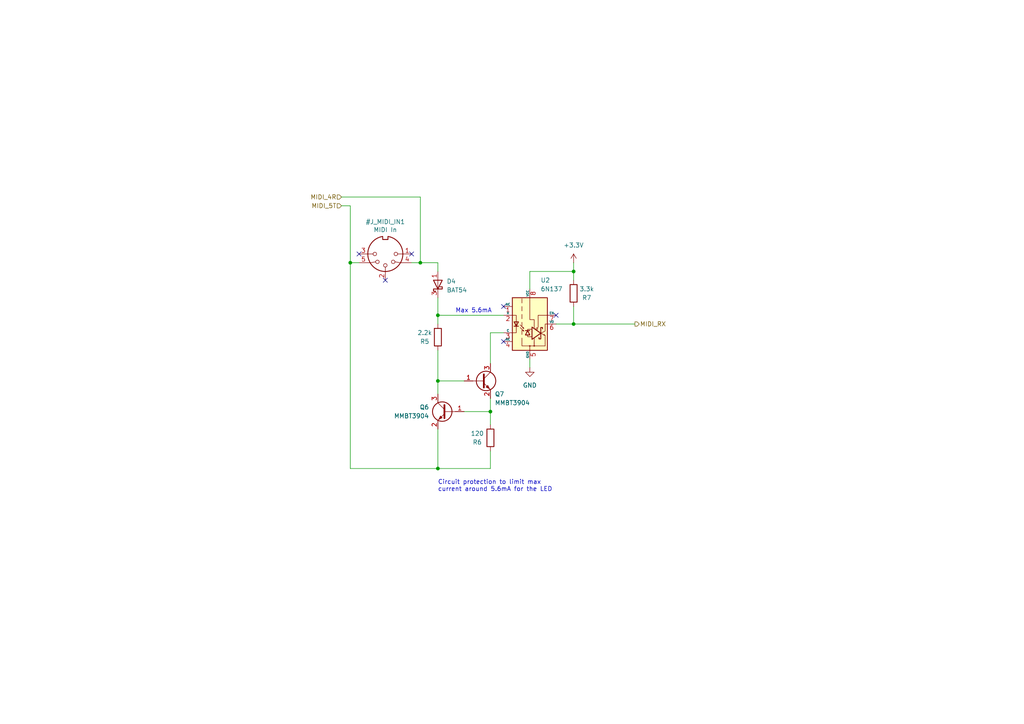
<source format=kicad_sch>
(kicad_sch (version 20250114) (generator "eeschema") (generator_version "9.0")
  (paper "A4")
  (title_block (title "Brain Core") (date "2026-02-21") (rev "v1.1") (company "Shmøergh"))
  (lib_symbols
    (symbol "Connector:DIN-5_180degree" (pin_names (offset 1.016))
      (property "Reference" "J" (at 3.175 5.715 0))
      (property "Value" "DIN-5_180degree" (at 0 -6.35 0))
      (symbol "DIN-5_180degree_0_1"
        (polyline (pts (xy -5.08 2.54) (xy -4.318 2.54) (xy -2.794 2.286)))
        (polyline (pts (xy -5.08 0) (xy -3.556 0)))
        (circle (center -3.048 0) (radius 0.508))
        (circle (center -2.286 2.286) (radius 0.508))
        (polyline (pts (xy -0.762 -4.953) (xy -0.762 -4.191) (xy 0.762 -4.191) (xy 0.762 -4.953)) (stroke (width 0.254)))
        (arc (start 5.08 0) (mid 3.8673 -3.3444) (end 0.762 -5.08) (stroke (width 0.254)))
        (polyline (pts (xy 0 5.08) (xy 0 3.81)))
        (circle (center 0 3.302) (radius 0.508))
        (arc (start -5.08 0) (mid 0 5.0579) (end 5.08 0) (stroke (width 0.254)))
        (arc (start -0.762 -5.08) (mid -3.8597 -3.3379) (end -5.08 0) (stroke (width 0.254)))
        (circle (center 2.286 2.286) (radius 0.508))
        (circle (center 3.048 0) (radius 0.508))
        (polyline (pts (xy 5.08 2.54) (xy 4.318 2.54) (xy 2.794 2.286)))
        (polyline (pts (xy 5.08 0) (xy 3.556 0)))
      )
      (symbol "DIN-5_180degree_1_1"
        (pin passive line (at -7.62 2.54 0) (length 2.54) (name "~") (number "4"))
        (pin passive line (at -7.62 0 0) (length 2.54) (name "~") (number "1"))
        (pin passive line (at 0 7.62 270) (length 2.54) (name "~") (number "2"))
        (pin passive line (at 7.62 2.54 180) (length 2.54) (name "~") (number "5"))
        (pin passive line (at 7.62 0 180) (length 2.54) (name "~") (number "3"))
      )
    )
    (symbol "Device:R" (pin_numbers (hide yes)) (pin_names (offset 0))
      (property "Reference" "R" (at 2.032 0 90))
      (property "Value" "R" (at 0 0 90))
      (symbol "R_0_1"
        (rectangle (start -1.016 -2.54) (end 1.016 2.54) (stroke (width 0.254)))
      )
      (symbol "R_1_1"
        (pin passive line (at 0 3.81 270) (length 1.27) (name "~") (number "1"))
        (pin passive line (at 0 -3.81 90) (length 1.27) (name "~") (number "2"))
      )
    )
    (symbol "Diode:BAT54W" (pin_names (offset 1.016) (hide yes))
      (property "Reference" "D" (at 0 2.54 0))
      (property "Value" "BAT54W" (at 0 -2.54 0))
      (symbol "BAT54W_0_1"
        (polyline (pts (xy -1.905 0.635) (xy -1.905 1.27) (xy -1.27 1.27) (xy -1.27 -1.27) (xy -0.635 -1.27) (xy -0.635 -0.635)) (stroke (width 0.254)))
        (polyline (pts (xy 1.27 1.27) (xy 1.27 -1.27) (xy -1.27 0) (xy 1.27 1.27)) (stroke (width 0.254)))
        (polyline (pts (xy 1.27 0) (xy -1.27 0)))
      )
      (symbol "BAT54W_1_1"
        (pin passive line (at -3.81 0 0) (length 2.54) (name "K") (number "3"))
        (pin no_connect line (at 0 0 90) (length 2.54) (hide yes) (name "NC") (number "2"))
        (pin passive line (at 3.81 0 180) (length 2.54) (name "A") (number "1"))
      )
    )
    (symbol "Isolator:6N137" (pin_names (offset 0))
      (property "Reference" "U" (at -4.064 8.89 0))
      (property "Value" "6N137" (at 0 -8.89 0))
      (symbol "6N137_0_1"
        (polyline (pts (xy -5.08 -2.54) (xy -3.937 -2.54) (xy -3.937 2.54) (xy -5.08 2.54)))
        (polyline (pts (xy -2.794 -0.254) (xy -1.717 -1.331) (xy -2.076 -1.152) (xy -1.896 -0.972) (xy -1.717 -1.331)))
        (polyline (pts (xy -2.794 -1.016) (xy -1.717 -2.093) (xy -2.076 -1.914) (xy -1.896 -1.734) (xy -1.717 -2.093)))
        (polyline (pts (xy 0 -6.35) (xy -2.286 -6.35) (xy -2.286 -4.064)))
        (polyline (pts (xy 1.27 -5.08) (xy 1.27 -6.35) (xy 0 -6.35) (xy 0 -7.62)))
        (polyline (pts (xy 3.175 -2.667) (xy 0.635 -4.445) (xy 0.635 -0.889) (xy 3.175 -2.667)) (stroke (width 0.254)))
      )
      (symbol "6N137_1_1"
        (rectangle (start -5.08 7.62) (end 5.08 -7.62) (stroke (width 0.254)) (fill (type background)))
        (polyline (pts (xy -4.572 -0.635) (xy -3.302 -0.635)) (stroke (width 0.254)))
        (polyline (pts (xy -3.937 -0.635) (xy -4.572 0.635) (xy -3.302 0.635) (xy -3.937 -0.635)) (stroke (width 0.254)))
        (polyline (pts (xy -2.286 7.366) (xy -2.286 6.096)))
        (polyline (pts (xy -2.286 5.08) (xy -2.286 3.81)))
        (polyline (pts (xy -2.286 2.794) (xy -2.286 1.524)))
        (polyline (pts (xy -2.286 0.508) (xy -2.286 -0.762)))
        (polyline (pts (xy -2.286 -1.778) (xy -2.286 -3.048)))
        (polyline (pts (xy -1.27 -1.905) (xy 0 -1.905)) (stroke (width 0.254)))
        (polyline (pts (xy -0.635 -1.905) (xy -0.635 -1.524) (xy 0.508 -1.524)))
        (polyline (pts (xy -0.635 -1.905) (xy -1.27 -3.175) (xy 0 -3.175) (xy -0.635 -1.905)) (stroke (width 0.254)))
        (polyline (pts (xy -0.635 -3.302) (xy -0.635 -3.683) (xy 0.635 -3.683)))
        (circle (center 0 -6.35) (radius 0.127) (fill (type outline)))
        (polyline (pts (xy 1.27 -1.27) (xy 1.27 1.27) (xy 0 1.27) (xy 0 7.62)))
        (polyline (pts (xy 1.27 -4.064) (xy 1.27 -6.35) (xy 4.445 -6.35)))
        (circle (center 1.27 -6.35) (radius 0.127) (fill (type outline)))
        (circle (center 2.032 -1.397) (radius 0.254))
        (polyline (pts (xy 2.1844 -1.1684) (xy 2.413 -0.889) (xy 2.413 2.54) (xy 5.08 2.54)))
        (polyline (pts (xy 3.175 -2.667) (xy 4.445 -3.302) (xy 4.445 -6.35)))
        (polyline (pts (xy 3.175 -2.667) (xy 3.175 -1.016) (xy 3.683 -1.016) (xy 3.683 -1.397)) (stroke (width 0.254)))
        (polyline (pts (xy 3.175 -2.667) (xy 3.175 -4.318) (xy 2.667 -4.318) (xy 2.667 -3.937)) (stroke (width 0.254)))
        (polyline (pts (xy 3.175 -2.667) (xy 4.445 -2.032) (xy 4.445 0) (xy 5.08 0)))
        (polyline (pts (xy 4.445 -3.302) (xy 4.161 -3.018) (xy 4.047 -3.246) (xy 4.445 -3.302)) (stroke (width 0.127)) (fill (type outline)))
        (pin passive line (at -7.62 5.08 0) (length 2.54) (name "NC") (number "1"))
        (pin passive line (at -7.62 2.54 0) (length 2.54) (name "A") (number "2"))
        (pin passive line (at -7.62 -2.54 0) (length 2.54) (name "C") (number "3"))
        (pin passive line (at -7.62 -5.08 0) (length 2.54) (name "NC") (number "4"))
        (pin power_in line (at 0 10.16 270) (length 2.54) (name "VCC") (number "8"))
        (pin power_in line (at 0 -10.16 90) (length 2.54) (name "GND") (number "5"))
        (pin input line (at 7.62 2.54 180) (length 2.54) (name "EN") (number "7"))
        (pin open_collector line (at 7.62 0 180) (length 2.54) (name "VO") (number "6"))
      )
    )
    (symbol "Transistor_BJT:MMBT3904" (pin_names (offset 0) (hide yes))
      (property "Reference" "Q" (at 5.08 1.905 0))
      (property "Value" "MMBT3904" (at 5.08 0 0))
      (symbol "MMBT3904_0_1"
        (polyline (pts (xy -2.54 0) (xy 0.635 0)))
        (polyline (pts (xy 0.635 1.905) (xy 0.635 -1.905)) (stroke (width 0.508)))
        (circle (center 1.27 0) (radius 2.8194) (stroke (width 0.254)))
      )
      (symbol "MMBT3904_1_1"
        (polyline (pts (xy 0.635 0.635) (xy 2.54 2.54)))
        (polyline (pts (xy 0.635 -0.635) (xy 2.54 -2.54)))
        (polyline (pts (xy 1.27 -1.778) (xy 1.778 -1.27) (xy 2.286 -2.286) (xy 1.27 -1.778)) (fill (type outline)))
        (pin input line (at -5.08 0 0) (length 2.54) (name "B") (number "1"))
        (pin passive line (at 2.54 5.08 270) (length 2.54) (name "C") (number "3"))
        (pin passive line (at 2.54 -5.08 90) (length 2.54) (name "E") (number "2"))
      )
    )
    (symbol "power:+3.3V" (power) (pin_numbers (hide yes)) (pin_names (offset 0) (hide yes))
      (property "Value" "+3.3V" (at 0 3.556 0))
      (symbol "+3.3V_0_1"
        (polyline (pts (xy -0.762 1.27) (xy 0 2.54)))
        (polyline (pts (xy 0 2.54) (xy 0.762 1.27)))
        (polyline (pts (xy 0 0) (xy 0 2.54)))
      )
      (symbol "+3.3V_1_1"
        (pin power_in line (at 0 0 90) (length 0) (name "~") (number "1"))
      )
    )
    (symbol "power:GND" (power) (pin_numbers (hide yes)) (pin_names (offset 0) (hide yes))
      (property "Value" "GND" (at 0 -3.81 0))
      (symbol "GND_0_1"
        (polyline (pts (xy 0 0) (xy 0 -1.27) (xy 1.27 -1.27) (xy 0 -2.54) (xy -1.27 -1.27) (xy 0 -1.27)))
      )
      (symbol "GND_1_1"
        (pin power_in line (at 0 0 270) (length 0) (name "~") (number "1"))
      )
    )
  )
  (text "Max 5.6mA" (at 132.08 90.17 0) (effects (font (size 1.27 1.27)) (justify left)))
  (text "Circuit protection to limit max \ncurrent around 5.6mA for the LED" (at 127 140.97 0) (effects (font (size 1.27 1.27)) (justify left)))
  (junction (at 166.37 93.98))
  (junction (at 166.37 78.74))
  (junction (at 101.6 76.2))
  (junction (at 121.92 76.2))
  (junction (at 127 91.44))
  (junction (at 127 110.49))
  (junction (at 127 135.89))
  (junction (at 142.24 119.38))
  (no_connect (at 146.05 88.9))
  (no_connect (at 119.38 73.66))
  (no_connect (at 104.14 73.66))
  (no_connect (at 146.05 99.06))
  (no_connect (at 111.76 81.28))
  (no_connect (at 161.29 91.44))
  (wire (pts (xy 142.24 119.38) (xy 142.24 115.57)))
  (wire (pts (xy 121.92 57.15) (xy 121.92 76.2)))
  (wire (pts (xy 146.05 96.52) (xy 142.24 96.52)))
  (wire (pts (xy 99.06 57.15) (xy 121.92 57.15)))
  (wire (pts (xy 101.6 76.2) (xy 104.14 76.2)))
  (wire (pts (xy 119.38 76.2) (xy 121.92 76.2)))
  (wire (pts (xy 101.6 59.69) (xy 101.6 76.2)))
  (wire (pts (xy 127 110.49) (xy 127 114.3)))
  (wire (pts (xy 101.6 59.69) (xy 99.06 59.69)))
  (wire (pts (xy 142.24 119.38) (xy 142.24 123.19)))
  (wire (pts (xy 153.67 106.68) (xy 153.67 104.14)))
  (wire (pts (xy 134.62 119.38) (xy 142.24 119.38)))
  (wire (pts (xy 127 91.44) (xy 127 93.98)))
  (wire (pts (xy 127 135.89) (xy 142.24 135.89)))
  (wire (pts (xy 166.37 93.98) (xy 184.15 93.98)))
  (wire (pts (xy 101.6 76.2) (xy 101.6 135.89)))
  (wire (pts (xy 161.29 93.98) (xy 166.37 93.98)))
  (wire (pts (xy 153.67 78.74) (xy 153.67 83.82)))
  (wire (pts (xy 166.37 76.2) (xy 166.37 78.74)))
  (wire (pts (xy 127 124.46) (xy 127 135.89)))
  (wire (pts (xy 166.37 78.74) (xy 166.37 81.28)))
  (wire (pts (xy 166.37 78.74) (xy 153.67 78.74)))
  (wire (pts (xy 127 91.44) (xy 127 86.36)))
  (wire (pts (xy 121.92 76.2) (xy 127 76.2)))
  (wire (pts (xy 127 101.6) (xy 127 110.49)))
  (wire (pts (xy 101.6 135.89) (xy 127 135.89)))
  (wire (pts (xy 127 76.2) (xy 127 78.74)))
  (wire (pts (xy 142.24 96.52) (xy 142.24 105.41)))
  (wire (pts (xy 127 110.49) (xy 134.62 110.49)))
  (wire (pts (xy 166.37 88.9) (xy 166.37 93.98)))
  (wire (pts (xy 146.05 91.44) (xy 127 91.44)))
  (wire (pts (xy 142.24 135.89) (xy 142.24 130.81)))
  (hierarchical_label "MIDI_RX" (shape output) (at 184.15 93.98 0))
  (hierarchical_label "MIDI_4R" (shape input) (at 99.06 57.15 180))
  (hierarchical_label "MIDI_5T" (shape input) (at 99.06 59.69 180))
  (symbol (lib_id "power:+3.3V") (at 166.37 76.2 0) (unit 1)
    (property "Reference" "#PWR027" (effects (hide yes)))
    (property "Value" "+3.3V" (at 166.37 71.12 0))
    (property "Description" "Power symbol creates a global label with name \"+3.3V\"" (effects (hide yes)))
  )
  (symbol (lib_id "Transistor_BJT:MMBT3904") (at 129.54 119.38 0) (mirror y) (unit 1)
    (property "Reference" "Q6" (at 124.46 118.1099 0) (effects (justify left)))
    (property "Value" "MMBT3904" (at 124.46 120.6499 0) (effects (justify left)))
    (property "Footprint" "Package_TO_SOT_SMD:SOT-23" (effects (hide yes)))
    (property "Datasheet" "https://jlcpcb.com/api/file/downloadByFileSystemAccessId/8552894390268936192" (effects (hide yes)))
    (property "Description" "0.2A Ic, 40V Vce, Small Signal NPN Transistor, SOT-23" (effects (hide yes)))
    (property "Vendor" "JLCPCB" (effects (hide yes)))
    (property "LCSC" "C20526" (effects (hide yes)))
    (property "CHECKED" "YES" (effects (hide yes)))
  )
  (symbol (lib_id "Device:R") (at 142.24 127 0) (mirror x) (unit 1)
    (property "Reference" "R6" (at 138.43 128.27 0))
    (property "Value" "120" (at 138.43 125.73 0))
    (property "Footprint" "Resistor_SMD:R_0603_1608Metric" (effects (hide yes)))
    (property "LCSC" "C22787" (effects (hide yes)))
    (property "Vendor" "JLCPCB" (effects (hide yes)))
    (property "CHECKED" "YES" (effects (hide yes)))
  )
  (symbol (lib_id "Device:R") (at 166.37 85.09 180) (unit 1)
    (property "Reference" "R7" (at 170.18 86.36 0))
    (property "Value" "3.3k" (at 170.18 83.82 0))
    (property "Footprint" "Resistor_SMD:R_0603_1608Metric" (effects (hide yes)))
    (property "LCSC" "C22978" (effects (hide yes)))
    (property "Vendor" "JLCPCB" (effects (hide yes)))
    (property "CHECKED" "YES" (effects (hide yes)))
  )
  (symbol (lib_id "Isolator:6N137") (at 153.67 93.98 0) (unit 1)
    (property "Reference" "U2" (at 156.7881 81.28 0) (effects (justify left)))
    (property "Value" "6N137" (at 156.7881 83.82 0) (effects (justify left)))
    (property "Footprint" "Package_SO:SOP-8_6.605x9.655mm_P2.54mm" (effects (hide yes)))
    (property "Datasheet" "https://docs.broadcom.com/docs/AV02-0940EN" (effects (hide yes)))
    (property "Description" "Single High Speed LSTTL/TTL Compatible Optocoupler with enable, dV/dt 1000/us, VCM 10, max 7V VCC, DIP-8" (effects (hide yes)))
    (property "Vendor" "JLCPCB" (effects (hide yes)))
    (property "LCSC" "C92651" (effects (hide yes)))
    (property "CHECKED" "YES" (effects (hide yes)))
  )
  (symbol (lib_id "Transistor_BJT:MMBT3904") (at 139.7 110.49 0) (unit 1)
    (property "Reference" "Q7" (at 143.51 114.3 0) (effects (justify left)))
    (property "Value" "MMBT3904" (at 143.51 116.84 0) (effects (justify left)))
    (property "Footprint" "Package_TO_SOT_SMD:SOT-23" (effects (hide yes)))
    (property "Datasheet" "https://jlcpcb.com/api/file/downloadByFileSystemAccessId/8552894390268936192" (effects (hide yes)))
    (property "Description" "0.2A Ic, 40V Vce, Small Signal NPN Transistor, SOT-23" (effects (hide yes)))
    (property "Vendor" "JLCPCB" (effects (hide yes)))
    (property "LCSC" "C20526" (effects (hide yes)))
    (property "CHECKED" "YES" (effects (hide yes)))
  )
  (symbol (lib_id "Device:R") (at 127 97.79 0) (mirror x) (unit 1)
    (property "Reference" "R5" (at 123.19 99.06 0))
    (property "Value" "2.2k" (at 123.19 96.52 0))
    (property "Footprint" "Resistor_SMD:R_0603_1608Metric" (effects (hide yes)))
    (property "LCSC" "C4190" (effects (hide yes)))
    (property "Vendor" "JLCPCB" (effects (hide yes)))
    (property "CHECKED" "YES" (effects (hide yes)))
  )
  (symbol (lib_id "Connector:DIN-5_180degree") (at 111.76 73.66 180) (unit 1)
    (property "Reference" "#J_MIDI_IN1" (at 111.76 64.3382 0))
    (property "Value" "MIDI In" (at 111.76 66.6496 0))
    (property "Datasheet" "http://www.mouser.com/ds/2/18/40_c091_abd_e-75918.pdf" (effects (hide yes)))
  )
  (symbol (lib_id "power:GND") (at 153.67 106.68 0) (unit 1)
    (property "Reference" "#PWR026" (effects (hide yes)))
    (property "Value" "GND" (at 153.67 111.76 0))
    (property "Description" "Power symbol creates a global label with name \"GND\" , ground" (effects (hide yes)))
  )
  (symbol (lib_id "Diode:BAT54W") (at 127 82.55 90) (unit 1)
    (property "Reference" "D4" (at 129.54 81.5974 90) (effects (justify right)))
    (property "Value" "BAT54" (at 129.54 84.1374 90) (effects (justify right)))
    (property "Footprint" "Package_TO_SOT_SMD:SOT-23" (effects (hide yes)))
    (property "Datasheet" "https://assets.nexperia.com/documents/data-sheet/BAT54W_SER.pdf" (effects (hide yes)))
    (property "Description" "Schottky barrier diode, SOT-323" (effects (hide yes)))
    (property "Vendor" "JLCPCB" (effects (hide yes)))
    (property "LCSC" "C22466368" (effects (hide yes)))
    (property "CHECKED" "YES" (effects (hide yes)))
  )
)
</source>
